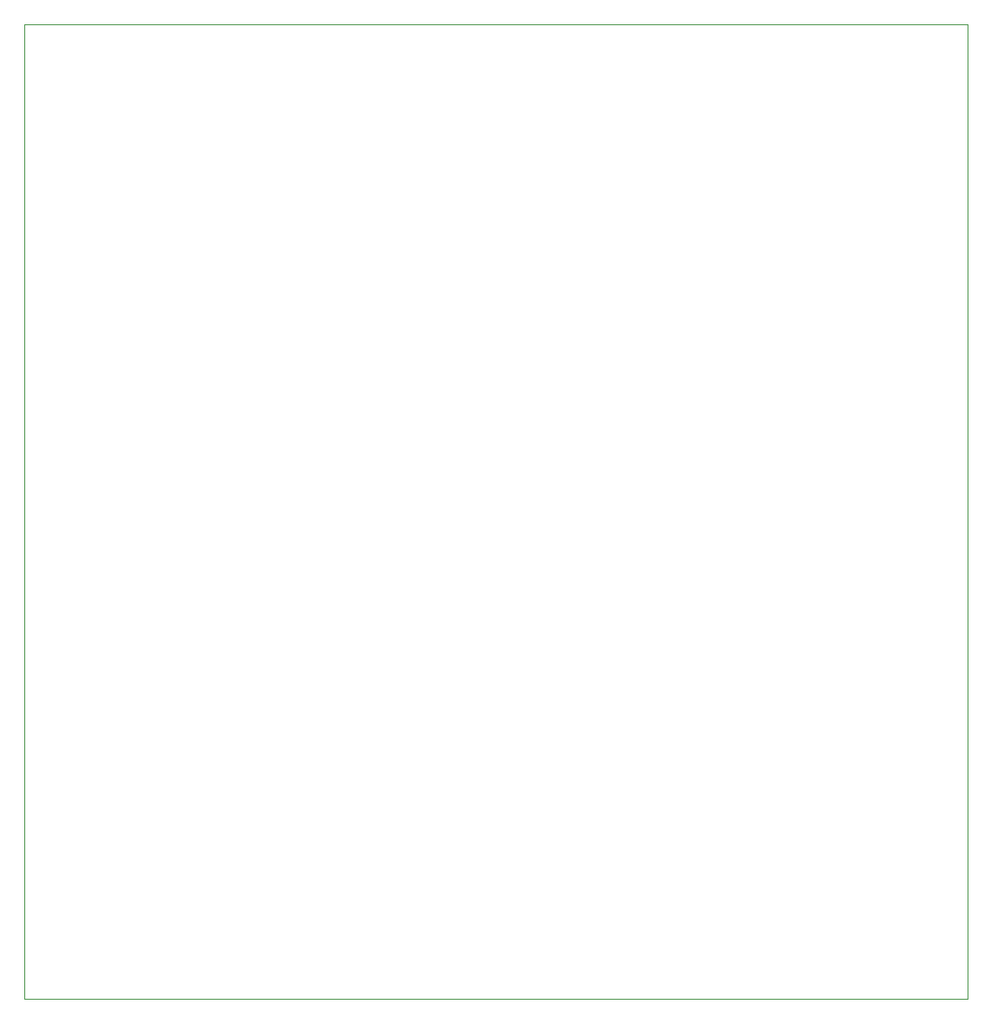
<source format=gbr>
%TF.GenerationSoftware,KiCad,Pcbnew,5.1.4*%
%TF.CreationDate,2019-11-11T17:18:17+01:00*%
%TF.ProjectId,shunt-board,7368756e-742d-4626-9f61-72642e6b6963,rev?*%
%TF.SameCoordinates,Original*%
%TF.FileFunction,Profile,NP*%
%FSLAX46Y46*%
G04 Gerber Fmt 4.6, Leading zero omitted, Abs format (unit mm)*
G04 Created by KiCad (PCBNEW 5.1.4) date 2019-11-11 17:18:17*
%MOMM*%
%LPD*%
G04 APERTURE LIST*
%ADD10C,0.120000*%
G04 APERTURE END LIST*
D10*
X163000000Y-40000000D02*
X163000000Y-135000000D01*
X255000000Y-40000000D02*
X163000000Y-40000000D01*
X255000000Y-135000000D02*
X255000000Y-40000000D01*
X163000000Y-135000000D02*
X255000000Y-135000000D01*
M02*

</source>
